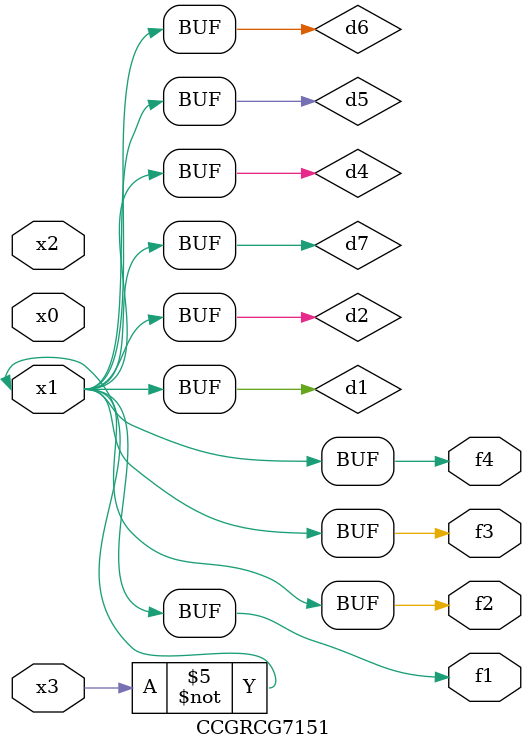
<source format=v>
module CCGRCG7151(
	input x0, x1, x2, x3,
	output f1, f2, f3, f4
);

	wire d1, d2, d3, d4, d5, d6, d7;

	not (d1, x3);
	buf (d2, x1);
	xnor (d3, d1, d2);
	nor (d4, d1);
	buf (d5, d1, d2);
	buf (d6, d4, d5);
	nand (d7, d4);
	assign f1 = d6;
	assign f2 = d7;
	assign f3 = d6;
	assign f4 = d6;
endmodule

</source>
